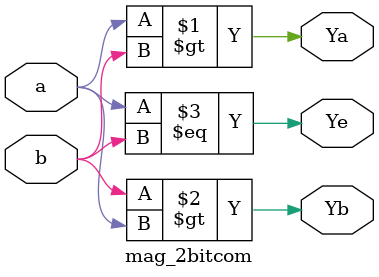
<source format=v>
module mag_2bitcom(Ya,Yb,Ye,a,b);
input a,b;
output Ya,Yb,Ye;

assign Ya= (a>b);
assign Yb= (b>a);
assign Ye= (a==b);
endmodule


</source>
